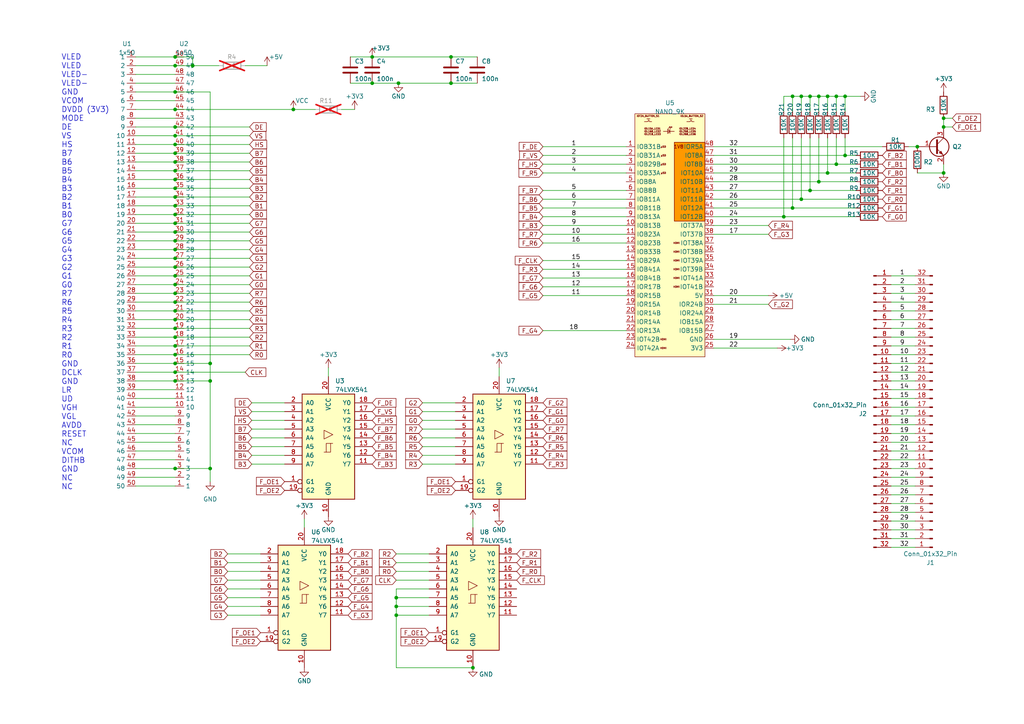
<source format=kicad_sch>
(kicad_sch (version 20230121) (generator eeschema)
  (paper "A4")
  (title_block (title "TTL->HDMI R1gol") (date "2023-03-22") (rev "V^4.0") (company "theBrutzler"))
  (junction (at 50.8 59.69))
  (junction (at 50.8 41.91))
  (junction (at 242.57 27.94))
  (junction (at 50.8 90.17))
  (junction (at 50.8 100.33))
  (junction (at 234.95 27.94))
  (junction (at 50.8 110.49))
  (junction (at 50.8 39.37))
  (junction (at 50.8 69.85))
  (junction (at 114.935 175.895))
  (junction (at 50.8 26.67))
  (junction (at 114.935 173.355))
  (junction (at 50.8 107.95))
  (junction (at 245.11 27.94))
  (junction (at 50.8 74.93))
  (junction (at 50.8 135.89))
  (junction (at 115.57 24.13))
  (junction (at 245.11 45.085))
  (junction (at 60.96 110.49))
  (junction (at 50.8 57.15))
  (junction (at 130.81 24.13))
  (junction (at 107.95 24.13))
  (junction (at 85.09 31.75))
  (junction (at 240.03 27.94))
  (junction (at 50.8 87.63))
  (junction (at 50.8 80.01))
  (junction (at 50.8 97.79))
  (junction (at 137.16 193.675))
  (junction (at 50.8 77.47))
  (junction (at 229.87 60.325))
  (junction (at 229.87 27.94))
  (junction (at 107.95 16.51))
  (junction (at 50.8 67.31))
  (junction (at 232.41 27.94))
  (junction (at 50.8 102.87))
  (junction (at 234.95 55.245))
  (junction (at 55.88 19.05))
  (junction (at 50.8 36.83))
  (junction (at 273.685 34.29))
  (junction (at 50.8 105.41))
  (junction (at 50.8 49.53))
  (junction (at 50.8 19.05))
  (junction (at 50.8 16.51))
  (junction (at 266.065 42.545))
  (junction (at 237.49 52.705))
  (junction (at 50.8 95.25))
  (junction (at 240.03 50.165))
  (junction (at 50.8 54.61))
  (junction (at 50.8 92.71))
  (junction (at 273.685 36.83))
  (junction (at 232.41 57.785))
  (junction (at 273.685 50.165))
  (junction (at 60.96 135.89))
  (junction (at 50.8 52.07))
  (junction (at 237.49 27.94))
  (junction (at 50.8 64.77))
  (junction (at 50.8 85.09))
  (junction (at 130.81 16.51))
  (junction (at 50.8 44.45))
  (junction (at 242.57 47.625))
  (junction (at 60.96 105.41))
  (junction (at 50.8 82.55))
  (junction (at 50.8 62.23))
  (junction (at 114.935 178.435))
  (junction (at 50.8 72.39))
  (junction (at 50.8 46.99))
  (junction (at 50.8 31.75))
  (junction (at 227.33 62.865))
  (wire (pts (xy 50.8 44.45) (xy 39.37 44.45)))
  (wire (pts (xy 50.8 110.49) (xy 39.37 110.49)))
  (wire (pts (xy 50.8 80.01) (xy 39.37 80.01)))
  (wire (pts (xy 60.96 26.67) (xy 60.96 105.41)))
  (wire (pts (xy 107.95 24.13) (xy 115.57 24.13)))
  (wire (pts (xy 157.48 55.245) (xy 181.61 55.245)))
  (wire (pts (xy 237.49 52.705) (xy 207.01 52.705)))
  (wire (pts (xy 50.8 16.51) (xy 39.37 16.51)))
  (wire (pts (xy 50.8 140.97) (xy 39.37 140.97)))
  (wire (pts (xy 114.935 178.435) (xy 124.46 178.435)))
  (wire (pts (xy 265.43 130.81) (xy 258.445 130.81)))
  (wire (pts (xy 273.685 34.29) (xy 273.685 36.83)))
  (wire (pts (xy 137.16 153.035) (xy 137.16 150.495)))
  (wire (pts (xy 73.025 121.92) (xy 82.55 121.92)))
  (wire (pts (xy 207.01 65.405) (xy 222.885 65.405)))
  (wire (pts (xy 245.11 27.94) (xy 249.555 27.94)))
  (wire (pts (xy 157.48 70.485) (xy 181.61 70.485)))
  (wire (pts (xy 265.43 110.49) (xy 258.445 110.49)))
  (wire (pts (xy 91.44 31.75) (xy 85.09 31.75)))
  (wire (pts (xy 50.8 82.55) (xy 39.37 82.55)))
  (wire (pts (xy 248.285 62.865) (xy 227.33 62.865)))
  (wire (pts (xy 232.41 27.94) (xy 232.41 32.385)))
  (wire (pts (xy 248.285 47.625) (xy 242.57 47.625)))
  (wire (pts (xy 50.8 85.09) (xy 72.39 85.09)))
  (wire (pts (xy 50.8 74.93) (xy 39.37 74.93)))
  (wire (pts (xy 157.48 78.105) (xy 181.61 78.105)))
  (wire (pts (xy 237.49 27.94) (xy 240.03 27.94)))
  (wire (pts (xy 50.8 128.27) (xy 39.37 128.27)))
  (wire (pts (xy 157.48 85.725) (xy 181.61 85.725)))
  (wire (pts (xy 265.43 90.17) (xy 258.445 90.17)))
  (wire (pts (xy 248.285 60.325) (xy 229.87 60.325)))
  (wire (pts (xy 229.87 32.385) (xy 229.87 27.94)))
  (wire (pts (xy 229.87 27.94) (xy 232.41 27.94)))
  (wire (pts (xy 72.39 52.07) (xy 50.8 52.07)))
  (wire (pts (xy 50.8 113.03) (xy 39.37 113.03)))
  (wire (pts (xy 242.57 27.94) (xy 245.11 27.94)))
  (wire (pts (xy 50.8 90.17) (xy 39.37 90.17)))
  (wire (pts (xy 130.81 16.51) (xy 138.43 16.51)))
  (wire (pts (xy 50.8 46.99) (xy 39.37 46.99)))
  (wire (pts (xy 265.43 82.55) (xy 258.445 82.55)))
  (wire (pts (xy 114.935 175.895) (xy 124.46 175.895)))
  (wire (pts (xy 50.8 123.19) (xy 39.37 123.19)))
  (wire (pts (xy 157.48 65.405) (xy 181.61 65.405)))
  (wire (pts (xy 50.8 67.31) (xy 72.39 67.31)))
  (wire (pts (xy 107.95 16.51) (xy 130.81 16.51)))
  (wire (pts (xy 207.01 85.725) (xy 222.885 85.725)))
  (wire (pts (xy 50.8 138.43) (xy 39.37 138.43)))
  (wire (pts (xy 50.8 49.53) (xy 39.37 49.53)))
  (wire (pts (xy 50.8 31.75) (xy 85.09 31.75)))
  (wire (pts (xy 50.8 31.75) (xy 39.37 31.75)))
  (wire (pts (xy 73.025 129.54) (xy 82.55 129.54)))
  (wire (pts (xy 72.39 57.15) (xy 50.8 57.15)))
  (wire (pts (xy 157.48 75.565) (xy 181.61 75.565)))
  (wire (pts (xy 265.43 120.65) (xy 258.445 120.65)))
  (wire (pts (xy 50.8 46.99) (xy 72.39 46.99)))
  (wire (pts (xy 50.8 135.89) (xy 60.96 135.89)))
  (wire (pts (xy 114.935 178.435) (xy 114.935 175.895)))
  (wire (pts (xy 265.43 158.75) (xy 258.445 158.75)))
  (wire (pts (xy 72.39 92.71) (xy 50.8 92.71)))
  (wire (pts (xy 248.285 45.085) (xy 245.11 45.085)))
  (wire (pts (xy 73.025 132.08) (xy 82.55 132.08)))
  (wire (pts (xy 50.8 87.63) (xy 72.39 87.63)))
  (wire (pts (xy 72.39 69.85) (xy 50.8 69.85)))
  (wire (pts (xy 157.48 42.545) (xy 181.61 42.545)))
  (wire (pts (xy 265.43 113.03) (xy 258.445 113.03)))
  (wire (pts (xy 95.25 109.22) (xy 95.25 106.68)))
  (wire (pts (xy 72.39 100.33) (xy 50.8 100.33)))
  (wire (pts (xy 50.8 24.13) (xy 39.37 24.13)))
  (wire (pts (xy 114.935 175.895) (xy 114.935 173.355)))
  (wire (pts (xy 60.96 105.41) (xy 60.96 110.49)))
  (wire (pts (xy 232.41 57.785) (xy 207.01 57.785)))
  (wire (pts (xy 273.685 36.83) (xy 276.225 36.83)))
  (wire (pts (xy 50.8 105.41) (xy 60.96 105.41)))
  (wire (pts (xy 122.555 124.46) (xy 132.08 124.46)))
  (wire (pts (xy 157.48 45.085) (xy 181.61 45.085)))
  (wire (pts (xy 265.43 87.63) (xy 258.445 87.63)))
  (wire (pts (xy 263.525 42.545) (xy 266.065 42.545)))
  (wire (pts (xy 72.39 97.79) (xy 50.8 97.79)))
  (wire (pts (xy 66.04 163.195) (xy 75.565 163.195)))
  (wire (pts (xy 66.04 170.815) (xy 75.565 170.815)))
  (wire (pts (xy 242.57 47.625) (xy 207.01 47.625)))
  (wire (pts (xy 265.43 85.09) (xy 258.445 85.09)))
  (wire (pts (xy 265.43 125.73) (xy 258.445 125.73)))
  (wire (pts (xy 122.555 121.92) (xy 132.08 121.92)))
  (wire (pts (xy 72.39 95.25) (xy 50.8 95.25)))
  (wire (pts (xy 50.8 39.37) (xy 39.37 39.37)))
  (wire (pts (xy 232.41 40.005) (xy 232.41 57.785)))
  (wire (pts (xy 229.87 60.325) (xy 207.01 60.325)))
  (wire (pts (xy 50.8 118.11) (xy 39.37 118.11)))
  (wire (pts (xy 265.43 123.19) (xy 258.445 123.19)))
  (wire (pts (xy 122.555 134.62) (xy 132.08 134.62)))
  (wire (pts (xy 227.33 27.94) (xy 227.33 32.385)))
  (wire (pts (xy 240.03 27.94) (xy 240.03 32.385)))
  (wire (pts (xy 122.555 116.84) (xy 132.08 116.84)))
  (wire (pts (xy 229.87 40.005) (xy 229.87 60.325)))
  (wire (pts (xy 72.39 39.37) (xy 50.8 39.37)))
  (wire (pts (xy 265.43 148.59) (xy 258.445 148.59)))
  (wire (pts (xy 72.39 49.53) (xy 50.8 49.53)))
  (wire (pts (xy 72.39 102.87) (xy 50.8 102.87)))
  (wire (pts (xy 50.8 77.47) (xy 39.37 77.47)))
  (wire (pts (xy 50.8 52.07) (xy 39.37 52.07)))
  (wire (pts (xy 242.57 40.005) (xy 242.57 47.625)))
  (wire (pts (xy 50.8 26.67) (xy 39.37 26.67)))
  (wire (pts (xy 50.8 54.61) (xy 39.37 54.61)))
  (wire (pts (xy 265.43 128.27) (xy 258.445 128.27)))
  (wire (pts (xy 122.555 132.08) (xy 132.08 132.08)))
  (wire (pts (xy 157.48 60.325) (xy 181.61 60.325)))
  (wire (pts (xy 50.8 85.09) (xy 39.37 85.09)))
  (wire (pts (xy 72.39 54.61) (xy 50.8 54.61)))
  (wire (pts (xy 50.8 125.73) (xy 39.37 125.73)))
  (wire (pts (xy 71.12 107.95) (xy 50.8 107.95)))
  (wire (pts (xy 73.025 124.46) (xy 82.55 124.46)))
  (wire (pts (xy 265.43 107.95) (xy 258.445 107.95)))
  (wire (pts (xy 227.33 62.865) (xy 207.01 62.865)))
  (wire (pts (xy 66.04 165.735) (xy 75.565 165.735)))
  (wire (pts (xy 157.48 83.185) (xy 181.61 83.185)))
  (wire (pts (xy 157.48 67.945) (xy 181.61 67.945)))
  (wire (pts (xy 50.8 34.29) (xy 39.37 34.29)))
  (wire (pts (xy 88.265 153.035) (xy 88.265 150.495)))
  (wire (pts (xy 237.49 40.005) (xy 237.49 52.705)))
  (wire (pts (xy 265.43 153.67) (xy 258.445 153.67)))
  (wire (pts (xy 50.8 105.41) (xy 39.37 105.41)))
  (wire (pts (xy 60.96 135.89) (xy 60.96 139.7)))
  (wire (pts (xy 265.43 151.13) (xy 258.445 151.13)))
  (wire (pts (xy 50.8 107.95) (xy 39.37 107.95)))
  (wire (pts (xy 99.06 31.75) (xy 102.87 31.75)))
  (wire (pts (xy 265.43 97.79) (xy 258.445 97.79)))
  (wire (pts (xy 245.11 45.085) (xy 207.01 45.085)))
  (wire (pts (xy 157.48 95.885) (xy 181.61 95.885)))
  (wire (pts (xy 237.49 27.94) (xy 237.49 32.385)))
  (wire (pts (xy 137.16 193.675) (xy 114.935 193.675)))
  (wire (pts (xy 227.33 40.005) (xy 227.33 62.865)))
  (wire (pts (xy 55.88 16.51) (xy 55.88 19.05)))
  (wire (pts (xy 245.11 40.005) (xy 245.11 45.085)))
  (wire (pts (xy 50.8 29.21) (xy 39.37 29.21)))
  (wire (pts (xy 115.57 24.13) (xy 130.81 24.13)))
  (wire (pts (xy 50.8 133.35) (xy 39.37 133.35)))
  (wire (pts (xy 66.04 175.895) (xy 75.565 175.895)))
  (wire (pts (xy 114.935 193.675) (xy 114.935 178.435)))
  (wire (pts (xy 265.43 115.57) (xy 258.445 115.57)))
  (wire (pts (xy 50.8 64.77) (xy 39.37 64.77)))
  (wire (pts (xy 157.48 50.165) (xy 181.61 50.165)))
  (wire (pts (xy 73.025 134.62) (xy 82.55 134.62)))
  (wire (pts (xy 234.95 27.94) (xy 237.49 27.94)))
  (wire (pts (xy 265.43 92.71) (xy 258.445 92.71)))
  (wire (pts (xy 245.11 27.94) (xy 245.11 32.385)))
  (wire (pts (xy 207.01 88.265) (xy 222.885 88.265)))
  (wire (pts (xy 72.39 82.55) (xy 50.8 82.55)))
  (wire (pts (xy 227.33 27.94) (xy 229.87 27.94)))
  (wire (pts (xy 73.025 116.84) (xy 82.55 116.84)))
  (wire (pts (xy 273.685 47.625) (xy 273.685 50.165)))
  (wire (pts (xy 265.43 140.97) (xy 258.445 140.97)))
  (wire (pts (xy 72.39 41.91) (xy 50.8 41.91)))
  (wire (pts (xy 234.95 27.94) (xy 234.95 32.385)))
  (wire (pts (xy 50.8 115.57) (xy 39.37 115.57)))
  (wire (pts (xy 50.8 72.39) (xy 39.37 72.39)))
  (wire (pts (xy 114.935 165.735) (xy 124.46 165.735)))
  (wire (pts (xy 50.8 69.85) (xy 39.37 69.85)))
  (wire (pts (xy 273.685 36.83) (xy 273.685 37.465)))
  (wire (pts (xy 248.285 55.245) (xy 234.95 55.245)))
  (wire (pts (xy 157.48 80.645) (xy 181.61 80.645)))
  (wire (pts (xy 101.6 16.51) (xy 107.95 16.51)))
  (wire (pts (xy 71.12 19.05) (xy 77.47 19.05)))
  (wire (pts (xy 248.285 50.165) (xy 240.03 50.165)))
  (wire (pts (xy 66.04 173.355) (xy 75.565 173.355)))
  (wire (pts (xy 50.8 41.91) (xy 39.37 41.91)))
  (wire (pts (xy 72.39 62.23) (xy 50.8 62.23)))
  (wire (pts (xy 240.03 50.165) (xy 207.01 50.165)))
  (wire (pts (xy 265.43 146.05) (xy 258.445 146.05)))
  (wire (pts (xy 122.555 129.54) (xy 132.08 129.54)))
  (wire (pts (xy 72.39 90.17) (xy 50.8 90.17)))
  (wire (pts (xy 114.935 168.275) (xy 124.46 168.275)))
  (wire (pts (xy 55.88 19.05) (xy 63.5 19.05)))
  (wire (pts (xy 50.8 62.23) (xy 39.37 62.23)))
  (wire (pts (xy 114.935 173.355) (xy 114.935 170.815)))
  (wire (pts (xy 50.8 67.31) (xy 39.37 67.31)))
  (wire (pts (xy 265.43 135.89) (xy 258.445 135.89)))
  (wire (pts (xy 73.025 119.38) (xy 82.55 119.38)))
  (wire (pts (xy 114.935 163.195) (xy 124.46 163.195)))
  (wire (pts (xy 225.425 100.965) (xy 207.01 100.965)))
  (wire (pts (xy 50.8 21.59) (xy 39.37 21.59)))
  (wire (pts (xy 242.57 27.94) (xy 242.57 32.385)))
  (wire (pts (xy 50.8 130.81) (xy 39.37 130.81)))
  (wire (pts (xy 50.8 92.71) (xy 39.37 92.71)))
  (wire (pts (xy 72.39 74.93) (xy 50.8 74.93)))
  (wire (pts (xy 229.235 98.425) (xy 207.01 98.425)))
  (wire (pts (xy 72.39 59.69) (xy 50.8 59.69)))
  (wire (pts (xy 265.43 100.33) (xy 258.445 100.33)))
  (wire (pts (xy 122.555 119.38) (xy 132.08 119.38)))
  (wire (pts (xy 157.48 57.785) (xy 181.61 57.785)))
  (wire (pts (xy 50.8 44.45) (xy 72.39 44.45)))
  (wire (pts (xy 50.8 95.25) (xy 39.37 95.25)))
  (wire (pts (xy 50.8 57.15) (xy 39.37 57.15)))
  (wire (pts (xy 66.04 160.655) (xy 75.565 160.655)))
  (wire (pts (xy 50.8 19.05) (xy 55.88 19.05)))
  (wire (pts (xy 114.935 173.355) (xy 124.46 173.355)))
  (wire (pts (xy 265.43 138.43) (xy 258.445 138.43)))
  (wire (pts (xy 50.8 36.83) (xy 39.37 36.83)))
  (wire (pts (xy 66.04 178.435) (xy 75.565 178.435)))
  (wire (pts (xy 60.96 110.49) (xy 60.96 135.89)))
  (wire (pts (xy 265.43 143.51) (xy 258.445 143.51)))
  (wire (pts (xy 114.935 160.655) (xy 124.46 160.655)))
  (wire (pts (xy 72.39 77.47) (xy 50.8 77.47)))
  (wire (pts (xy 130.81 24.13) (xy 138.43 24.13)))
  (wire (pts (xy 50.8 59.69) (xy 39.37 59.69)))
  (wire (pts (xy 114.935 170.815) (xy 124.46 170.815)))
  (wire (pts (xy 50.8 19.05) (xy 39.37 19.05)))
  (wire (pts (xy 265.43 102.87) (xy 258.445 102.87)))
  (wire (pts (xy 50.8 135.89) (xy 39.37 135.89)))
  (wire (pts (xy 265.43 80.01) (xy 258.445 80.01)))
  (wire (pts (xy 72.39 72.39) (xy 50.8 72.39)))
  (wire (pts (xy 50.8 110.49) (xy 60.96 110.49)))
  (wire (pts (xy 248.285 57.785) (xy 232.41 57.785)))
  (wire (pts (xy 72.39 36.83) (xy 50.8 36.83)))
  (wire (pts (xy 50.8 16.51) (xy 55.88 16.51)))
  (wire (pts (xy 50.8 100.33) (xy 39.37 100.33)))
  (wire (pts (xy 50.8 64.77) (xy 72.39 64.77)))
  (wire (pts (xy 50.8 26.67) (xy 60.96 26.67)))
  (wire (pts (xy 240.03 40.005) (xy 240.03 50.165)))
  (wire (pts (xy 50.8 102.87) (xy 39.37 102.87)))
  (wire (pts (xy 101.6 24.13) (xy 107.95 24.13)))
  (wire (pts (xy 72.39 80.01) (xy 50.8 80.01)))
  (wire (pts (xy 265.43 95.25) (xy 258.445 95.25)))
  (wire (pts (xy 234.95 55.245) (xy 207.01 55.245)))
  (wire (pts (xy 265.43 118.11) (xy 258.445 118.11)))
  (wire (pts (xy 157.48 47.625) (xy 181.61 47.625)))
  (wire (pts (xy 207.01 42.545) (xy 255.905 42.545)))
  (wire (pts (xy 276.225 34.29) (xy 273.685 34.29)))
  (wire (pts (xy 50.8 120.65) (xy 39.37 120.65)))
  (wire (pts (xy 122.555 127) (xy 132.08 127)))
  (wire (pts (xy 265.43 133.35) (xy 258.445 133.35)))
  (wire (pts (xy 265.43 156.21) (xy 258.445 156.21)))
  (wire (pts (xy 234.95 40.005) (xy 234.95 55.245)))
  (wire (pts (xy 265.43 105.41) (xy 258.445 105.41)))
  (wire (pts (xy 273.685 50.165) (xy 266.065 50.165)))
  (wire (pts (xy 73.025 127) (xy 82.55 127)))
  (wire (pts (xy 207.01 67.945) (xy 222.885 67.945)))
  (wire (pts (xy 248.285 52.705) (xy 237.49 52.705)))
  (wire (pts (xy 50.8 87.63) (xy 39.37 87.63)))
  (wire (pts (xy 144.78 109.22) (xy 144.78 106.68)))
  (wire (pts (xy 50.8 97.79) (xy 39.37 97.79)))
  (wire (pts (xy 240.03 27.94) (xy 242.57 27.94)))
  (wire (pts (xy 157.48 62.865) (xy 181.61 62.865)))
  (wire (pts (xy 232.41 27.94) (xy 234.95 27.94)))
  (wire (pts (xy 66.04 168.275) (xy 75.565 168.275)))
  (text "VLED\nVLED\nVLED-\nVLED-\nGND\nVCOM\nDVDD (3V3)\nMODE\nDE\nVS\nHS\nB7\nB6\nB5\nB4\nB3\nB2\nB1\nB0\nG7\nG6\nG5\nG4\nG3\nG2\nG1\nG0\nR7\nR6\nR5\nR4\nR3\nR2\nR1\nR0\nGND\nDCLK\nGND\nLR\nUD\nVGH\nVGL\nAVDD\nRESET\nNC\nVCOM\nDITHB\nGND\nNC\nNC" (at 17.78 142.24 0) (effects (font (size 1.58 1.58)) (justify left bottom)))
  (label "10" (at 260.985 102.87 0))
  (label "1" (at 260.985 80.01 0))
  (label "23" (at 211.455 65.405 0))
  (label "8" (at 260.985 97.79 0))
  (label "27" (at 211.455 55.245 0))
  (label "23" (at 260.985 135.89 0))
  (label "26" (at 260.985 143.51 0))
  (label "5" (at 165.735 55.245 0))
  (label "10" (at 165.735 67.945 0))
  (label "13" (at 260.985 110.49 0))
  (label "20" (at 211.455 85.725 0))
  (label "22" (at 211.455 100.965 0))
  (label "8" (at 165.735 62.865 0))
  (label "32" (at 211.455 42.545 0))
  (label "3" (at 165.735 47.625 0))
  (label "5" (at 260.985 90.17 0))
  (label "32" (at 260.985 158.75 0))
  (label "31" (at 260.985 156.21 0))
  (label "16" (at 260.985 118.11 0))
  (label "16" (at 165.735 70.485 0))
  (label "27" (at 260.985 146.05 0))
  (label "6" (at 260.985 92.71 0))
  (label "20" (at 260.985 128.27 0))
  (label "14" (at 165.735 78.105 0))
  (label "9" (at 165.735 65.405 0))
  (label "26" (at 211.455 57.785 0))
  (label "28" (at 211.455 52.705 0))
  (label "19" (at 211.455 98.425 0))
  (label "7" (at 165.735 60.325 0))
  (label "28" (at 260.985 148.59 0))
  (label "18" (at 165.1 95.885 0))
  (label "3" (at 260.985 85.09 0))
  (label "6" (at 165.735 57.785 0))
  (label "14" (at 260.985 113.03 0))
  (label "17" (at 260.985 120.65 0))
  (label "30" (at 260.985 153.67 0))
  (label "22" (at 260.985 133.35 0))
  (label "19" (at 260.985 125.73 0))
  (label "11" (at 165.735 85.725 0))
  (label "9" (at 260.985 100.33 0))
  (label "18" (at 260.985 123.19 0))
  (label "24" (at 260.985 138.43 0))
  (label "15" (at 260.985 115.57 0))
  (label "25" (at 260.985 140.97 0))
  (label "4" (at 165.735 50.165 0))
  (label "30" (at 211.455 47.625 0))
  (label "2" (at 165.735 45.085 0))
  (label "21" (at 211.455 88.265 0))
  (label "17" (at 211.455 67.945 0))
  (label "11" (at 260.985 105.41 0))
  (label "13" (at 165.735 80.645 0))
  (label "21" (at 260.985 130.81 0))
  (label "2" (at 260.985 82.55 0))
  (label "31" (at 211.455 45.085 0))
  (label "15" (at 165.735 75.565 0))
  (label "7" (at 260.985 95.25 0))
  (label "12" (at 165.735 83.185 0))
  (label "25" (at 211.455 60.325 0))
  (label "29" (at 211.455 50.165 0))
  (label "24" (at 211.455 62.865 0))
  (label "1" (at 165.735 42.545 0))
  (label "4" (at 260.985 87.63 0))
  (label "12" (at 260.985 107.95 0))
  (label "29" (at 260.985 151.13 0))
  (global_label "R0" (shape input) (at 72.39 102.87 0) (property "Intersheetrefs" "${INTERSHEET_REFS}" (effects hide)))
  (global_label "F_G5" (shape input) (at 157.48 85.725 180) (property "Intersheetrefs" "${INTERSHEET_REFS}" (effects hide)))
  (global_label "G3" (shape input) (at 66.04 178.435 180) (property "Intersheetrefs" "${INTERSHEET_REFS}" (effects hide)))
  (global_label "G6" (shape input) (at 66.04 170.815 180) (property "Intersheetrefs" "${INTERSHEET_REFS}" (effects hide)))
  (global_label "R2" (shape input) (at 114.935 160.655 180) (property "Intersheetrefs" "${INTERSHEET_REFS}" (effects hide)))
  (global_label "G0" (shape input) (at 122.555 121.92 180) (property "Intersheetrefs" "${INTERSHEET_REFS}" (effects hide)))
  (global_label "R5" (shape input) (at 122.555 129.54 180) (property "Intersheetrefs" "${INTERSHEET_REFS}" (effects hide)))
  (global_label "F_B2" (shape input) (at 255.905 45.085 0) (property "Intersheetrefs" "${INTERSHEET_REFS}" (effects hide)))
  (global_label "F_B6" (shape input) (at 157.48 57.785 180) (property "Intersheetrefs" "${INTERSHEET_REFS}" (effects hide)))
  (global_label "R6" (shape input) (at 122.555 127 180) (property "Intersheetrefs" "${INTERSHEET_REFS}" (effects hide)))
  (global_label "R3" (shape input) (at 122.555 134.62 180) (property "Intersheetrefs" "${INTERSHEET_REFS}" (effects hide)))
  (global_label "G7" (shape input) (at 72.39 64.77 0) (property "Intersheetrefs" "${INTERSHEET_REFS}" (effects hide)))
  (global_label "F_R6" (shape input) (at 157.48 70.485 180) (property "Intersheetrefs" "${INTERSHEET_REFS}" (effects hide)))
  (global_label "F_DE" (shape input) (at 157.48 42.545 180) (property "Intersheetrefs" "${INTERSHEET_REFS}" (effects hide)))
  (global_label "F_G2" (shape input) (at 157.48 116.84 0) (property "Intersheetrefs" "${INTERSHEET_REFS}" (effects hide)))
  (global_label "F_R7" (shape input) (at 157.48 124.46 0) (property "Intersheetrefs" "${INTERSHEET_REFS}" (effects hide)))
  (global_label "R4" (shape input) (at 122.555 132.08 180) (property "Intersheetrefs" "${INTERSHEET_REFS}" (effects hide)))
  (global_label "F_G6" (shape input) (at 157.48 83.185 180) (property "Intersheetrefs" "${INTERSHEET_REFS}" (effects hide)))
  (global_label "F_R5" (shape input) (at 157.48 50.165 180) (property "Intersheetrefs" "${INTERSHEET_REFS}" (effects hide)))
  (global_label "F_HS" (shape input) (at 157.48 47.625 180) (property "Intersheetrefs" "${INTERSHEET_REFS}" (effects hide)))
  (global_label "B1" (shape input) (at 72.39 59.69 0) (property "Intersheetrefs" "${INTERSHEET_REFS}" (effects hide)))
  (global_label "F_R2" (shape input) (at 255.905 52.705 0) (property "Intersheetrefs" "${INTERSHEET_REFS}" (effects hide)))
  (global_label "F_B4" (shape input) (at 107.95 132.08 0) (property "Intersheetrefs" "${INTERSHEET_REFS}" (effects hide)))
  (global_label "F_OE2" (shape input) (at 75.565 186.055 180) (property "Intersheetrefs" "${INTERSHEET_REFS}" (effects hide)))
  (global_label "G7" (shape input) (at 66.04 168.275 180) (property "Intersheetrefs" "${INTERSHEET_REFS}" (effects hide)))
  (global_label "HS" (shape input) (at 73.025 121.92 180) (property "Intersheetrefs" "${INTERSHEET_REFS}" (effects hide)))
  (global_label "G5" (shape input) (at 72.39 69.85 0) (property "Intersheetrefs" "${INTERSHEET_REFS}" (effects hide)))
  (global_label "R4" (shape input) (at 72.39 92.71 0) (property "Intersheetrefs" "${INTERSHEET_REFS}" (effects hide)))
  (global_label "B3" (shape input) (at 72.39 54.61 0) (property "Intersheetrefs" "${INTERSHEET_REFS}" (effects hide)))
  (global_label "B7" (shape input) (at 72.39 44.45 0) (property "Intersheetrefs" "${INTERSHEET_REFS}" (effects hide)))
  (global_label "F_OE2" (shape input) (at 82.55 142.24 180) (property "Intersheetrefs" "${INTERSHEET_REFS}" (effects hide)))
  (global_label "B2" (shape input) (at 66.04 160.655 180) (property "Intersheetrefs" "${INTERSHEET_REFS}" (effects hide)))
  (global_label "B4" (shape input) (at 72.39 52.07 0) (property "Intersheetrefs" "${INTERSHEET_REFS}" (effects hide)))
  (global_label "CLK" (shape input) (at 114.935 168.275 180) (property "Intersheetrefs" "${INTERSHEET_REFS}" (effects hide)))
  (global_label "F_OE1" (shape input) (at 75.565 183.515 180) (property "Intersheetrefs" "${INTERSHEET_REFS}" (effects hide)))
  (global_label "R3" (shape input) (at 72.39 95.25 0) (property "Intersheetrefs" "${INTERSHEET_REFS}" (effects hide)))
  (global_label "R0" (shape input) (at 114.935 165.735 180) (property "Intersheetrefs" "${INTERSHEET_REFS}" (effects hide)))
  (global_label "B5" (shape input) (at 72.39 49.53 0) (property "Intersheetrefs" "${INTERSHEET_REFS}" (effects hide)))
  (global_label "G2" (shape input) (at 72.39 77.47 0) (property "Intersheetrefs" "${INTERSHEET_REFS}" (effects hide)))
  (global_label "R1" (shape input) (at 114.935 163.195 180) (property "Intersheetrefs" "${INTERSHEET_REFS}" (effects hide)))
  (global_label "F_OE1" (shape input) (at 132.08 139.7 180) (property "Intersheetrefs" "${INTERSHEET_REFS}" (effects hide)))
  (global_label "B2" (shape input) (at 72.39 57.15 0) (property "Intersheetrefs" "${INTERSHEET_REFS}" (effects hide)))
  (global_label "F_G1" (shape input) (at 157.48 119.38 0) (property "Intersheetrefs" "${INTERSHEET_REFS}" (effects hide)))
  (global_label "F_R1" (shape input) (at 255.905 55.245 0) (property "Intersheetrefs" "${INTERSHEET_REFS}" (effects hide)))
  (global_label "F_G0" (shape input) (at 255.905 62.865 0) (property "Intersheetrefs" "${INTERSHEET_REFS}" (effects hide)))
  (global_label "F_R4" (shape input) (at 222.885 65.405 0) (property "Intersheetrefs" "${INTERSHEET_REFS}" (effects hide)))
  (global_label "F_DE" (shape input) (at 107.95 116.84 0) (property "Intersheetrefs" "${INTERSHEET_REFS}" (effects hide)))
  (global_label "F_R6" (shape input) (at 157.48 127 0) (property "Intersheetrefs" "${INTERSHEET_REFS}" (effects hide)))
  (global_label "R6" (shape input) (at 72.39 87.63 0) (property "Intersheetrefs" "${INTERSHEET_REFS}" (effects hide)))
  (global_label "F_B2" (shape input) (at 100.965 160.655 0) (property "Intersheetrefs" "${INTERSHEET_REFS}" (effects hide)))
  (global_label "F_R2" (shape input) (at 149.86 160.655 0) (property "Intersheetrefs" "${INTERSHEET_REFS}" (effects hide)))
  (global_label "F_G5" (shape input) (at 100.965 173.355 0) (property "Intersheetrefs" "${INTERSHEET_REFS}" (effects hide)))
  (global_label "G3" (shape input) (at 72.39 74.93 0) (property "Intersheetrefs" "${INTERSHEET_REFS}" (effects hide)))
  (global_label "G2" (shape input) (at 122.555 116.84 180) (property "Intersheetrefs" "${INTERSHEET_REFS}" (effects hide)))
  (global_label "F_G6" (shape input) (at 100.965 170.815 0) (property "Intersheetrefs" "${INTERSHEET_REFS}" (effects hide)))
  (global_label "DE" (shape input) (at 73.025 116.84 180) (property "Intersheetrefs" "${INTERSHEET_REFS}" (effects hide)))
  (global_label "F_B7" (shape input) (at 157.48 55.245 180) (property "Intersheetrefs" "${INTERSHEET_REFS}" (effects hide)))
  (global_label "CLK" (shape input) (at 71.12 107.95 0) (property "Intersheetrefs" "${INTERSHEET_REFS}" (effects hide)))
  (global_label "G1" (shape input) (at 122.555 119.38 180) (property "Intersheetrefs" "${INTERSHEET_REFS}" (effects hide)))
  (global_label "F_G4" (shape input) (at 100.965 175.895 0) (property "Intersheetrefs" "${INTERSHEET_REFS}" (effects hide)))
  (global_label "F_HS" (shape input) (at 107.95 121.92 0) (property "Intersheetrefs" "${INTERSHEET_REFS}" (effects hide)))
  (global_label "F_OE2" (shape input) (at 124.46 186.055 180) (property "Intersheetrefs" "${INTERSHEET_REFS}" (effects hide)))
  (global_label "G0" (shape input) (at 72.39 82.55 0) (property "Intersheetrefs" "${INTERSHEET_REFS}" (effects hide)))
  (global_label "B6" (shape input) (at 73.025 127 180) (property "Intersheetrefs" "${INTERSHEET_REFS}" (effects hide)))
  (global_label "F_OE1" (shape input) (at 82.55 139.7 180) (property "Intersheetrefs" "${INTERSHEET_REFS}" (effects hide)))
  (global_label "F_R4" (shape input) (at 157.48 132.08 0) (property "Intersheetrefs" "${INTERSHEET_REFS}" (effects hide)))
  (global_label "B0" (shape input) (at 72.39 62.23 0) (property "Intersheetrefs" "${INTERSHEET_REFS}" (effects hide)))
  (global_label "B5" (shape input) (at 73.025 129.54 180) (property "Intersheetrefs" "${INTERSHEET_REFS}" (effects hide)))
  (global_label "F_CLK" (shape input) (at 157.48 75.565 180) (property "Intersheetrefs" "${INTERSHEET_REFS}" (effects hide)))
  (global_label "HS" (shape input) (at 72.39 41.91 0) (property "Intersheetrefs" "${INTERSHEET_REFS}" (effects hide)))
  (global_label "F_CLK" (shape input) (at 149.86 168.275 0) (property "Intersheetrefs" "${INTERSHEET_REFS}" (effects hide)))
  (global_label "F_G2" (shape input) (at 222.885 88.265 0) (property "Intersheetrefs" "${INTERSHEET_REFS}" (effects hide)))
  (global_label "F_R0" (shape input) (at 255.905 57.785 0) (property "Intersheetrefs" "${INTERSHEET_REFS}" (effects hide)))
  (global_label "F_G7" (shape input) (at 100.965 168.275 0) (property "Intersheetrefs" "${INTERSHEET_REFS}" (effects hide)))
  (global_label "F_R3" (shape input) (at 157.48 78.105 180) (property "Intersheetrefs" "${INTERSHEET_REFS}" (effects hide)))
  (global_label "F_G7" (shape input) (at 157.48 80.645 180) (property "Intersheetrefs" "${INTERSHEET_REFS}" (effects hide)))
  (global_label "F_B5" (shape input) (at 107.95 129.54 0) (property "Intersheetrefs" "${INTERSHEET_REFS}" (effects hide)))
  (global_label "R5" (shape input) (at 72.39 90.17 0) (property "Intersheetrefs" "${INTERSHEET_REFS}" (effects hide)))
  (global_label "F_R3" (shape input) (at 157.48 134.62 0) (property "Intersheetrefs" "${INTERSHEET_REFS}" (effects hide)))
  (global_label "G4" (shape input) (at 66.04 175.895 180) (property "Intersheetrefs" "${INTERSHEET_REFS}" (effects hide)))
  (global_label "G1" (shape input) (at 72.39 80.01 0) (property "Intersheetrefs" "${INTERSHEET_REFS}" (effects hide)))
  (global_label "F_R1" (shape input) (at 149.86 163.195 0) (property "Intersheetrefs" "${INTERSHEET_REFS}" (effects hide)))
  (global_label "B4" (shape input) (at 73.025 132.08 180) (property "Intersheetrefs" "${INTERSHEET_REFS}" (effects hide)))
  (global_label "F_R5" (shape input) (at 157.48 129.54 0) (property "Intersheetrefs" "${INTERSHEET_REFS}" (effects hide)))
  (global_label "VS" (shape input) (at 73.025 119.38 180) (property "Intersheetrefs" "${INTERSHEET_REFS}" (effects hide)))
  (global_label "F_B0" (shape input) (at 255.905 50.165 0) (property "Intersheetrefs" "${INTERSHEET_REFS}" (effects hide)))
  (global_label "F_G1" (shape input) (at 255.905 60.325 0) (property "Intersheetrefs" "${INTERSHEET_REFS}" (effects hide)))
  (global_label "G5" (shape input) (at 66.04 173.355 180) (property "Intersheetrefs" "${INTERSHEET_REFS}" (effects hide)))
  (global_label "F_VS" (shape input) (at 107.95 119.38 0) (property "Intersheetrefs" "${INTERSHEET_REFS}" (effects hide)))
  (global_label "DE" (shape input) (at 72.39 36.83 0) (property "Intersheetrefs" "${INTERSHEET_REFS}" (effects hide)))
  (global_label "B0" (shape input) (at 66.04 165.735 180) (property "Intersheetrefs" "${INTERSHEET_REFS}" (effects hide)))
  (global_label "B7" (shape input) (at 73.025 124.46 180) (property "Intersheetrefs" "${INTERSHEET_REFS}" (effects hide)))
  (global_label "F_B1" (shape input) (at 255.905 47.625 0) (property "Intersheetrefs" "${INTERSHEET_REFS}" (effects hide)))
  (global_label "G6" (shape input) (at 72.39 67.31 0) (property "Intersheetrefs" "${INTERSHEET_REFS}" (effects hide)))
  (global_label "F_B4" (shape input) (at 157.48 62.865 180) (property "Intersheetrefs" "${INTERSHEET_REFS}" (effects hide)))
  (global_label "F_G0" (shape input) (at 157.48 121.92 0) (property "Intersheetrefs" "${INTERSHEET_REFS}" (effects hide)))
  (global_label "B1" (shape input) (at 66.04 163.195 180) (property "Intersheetrefs" "${INTERSHEET_REFS}" (effects hide)))
  (global_label "F_G4" (shape input) (at 157.48 95.885 180) (property "Intersheetrefs" "${INTERSHEET_REFS}" (effects hide)))
  (global_label "F_OE1" (shape input) (at 124.46 183.515 180) (property "Intersheetrefs" "${INTERSHEET_REFS}" (effects hide)))
  (global_label "F_B3" (shape input) (at 107.95 134.62 0) (property "Intersheetrefs" "${INTERSHEET_REFS}" (effects hide)))
  (global_label "R1" (shape input) (at 72.39 100.33 0) (property "Intersheetrefs" "${INTERSHEET_REFS}" (effects hide)))
  (global_label "R7" (shape input) (at 72.39 85.09 0) (property "Intersheetrefs" "${INTERSHEET_REFS}" (effects hide)))
  (global_label "G4" (shape input) (at 72.39 72.39 0) (property "Intersheetrefs" "${INTERSHEET_REFS}" (effects hide)))
  (global_label "F_B3" (shape input) (at 157.48 65.405 180) (property "Intersheetrefs" "${INTERSHEET_REFS}" (effects hide)))
  (global_label "F_B7" (shape input) (at 107.95 124.46 0) (property "Intersheetrefs" "${INTERSHEET_REFS}" (effects hide)))
  (global_label "F_G3" (shape input) (at 222.885 67.945 0) (property "Intersheetrefs" "${INTERSHEET_REFS}" (effects hide)))
  (global_label "F_G3" (shape input) (at 100.965 178.435 0) (property "Intersheetrefs" "${INTERSHEET_REFS}" (effects hide)))
  (global_label "F_OE2" (shape input) (at 132.08 142.24 180) (property "Intersheetrefs" "${INTERSHEET_REFS}" (effects hide)))
  (global_label "F_VS" (shape input) (at 157.48 45.085 180) (property "Intersheetrefs" "${INTERSHEET_REFS}" (effects hide)))
  (global_label "B6" (shape input) (at 72.39 46.99 0) (property "Intersheetrefs" "${INTERSHEET_REFS}" (effects hide)))
  (global_label "F_B0" (shape input) (at 100.965 165.735 0) (property "Intersheetrefs" "${INTERSHEET_REFS}" (effects hide)))
  (global_label "F_R0" (shape input) (at 149.86 165.735 0) (property "Intersheetrefs" "${INTERSHEET_REFS}" (effects hide)))
  (global_label "R2" (shape input) (at 72.39 97.79 0) (property "Intersheetrefs" "${INTERSHEET_REFS}" (effects hide)))
  (global_label "F_B5" (shape input) (at 157.48 60.325 180) (property "Intersheetrefs" "${INTERSHEET_REFS}" (effects hide)))
  (global_label "R7" (shape input) (at 122.555 124.46 180) (property "Intersheetrefs" "${INTERSHEET_REFS}" (effects hide)))
  (global_label "VS" (shape input) (at 72.39 39.37 0) (property "Intersheetrefs" "${INTERSHEET_REFS}" (effects hide)))
  (global_label "F_R7" (shape input) (at 157.48 67.945 180) (property "Intersheetrefs" "${INTERSHEET_REFS}" (effects hide)))
  (global_label "F_B6" (shape input) (at 107.95 127 0) (property "Intersheetrefs" "${INTERSHEET_REFS}" (effects hide)))
  (global_label "F_OE1" (shape input) (at 276.225 36.83 0) (property "Intersheetrefs" "${INTERSHEET_REFS}" (effects hide)))
  (global_label "F_OE2" (shape input) (at 276.225 34.29 0) (property "Intersheetrefs" "${INTERSHEET_REFS}" (effects hide)))
  (global_label "F_B1" (shape input) (at 100.965 163.195 0) (property "Intersheetrefs" "${INTERSHEET_REFS}" (effects hide)))
  (global_label "B3" (shape input) (at 73.025 134.62 180) (property "Intersheetrefs" "${INTERSHEET_REFS}" (effects hide)))
  (symbol (lib_id "power:GND") (at 95.25 149.86 0) (unit 1)
    (property "Reference" "#PWR02" (effects hide))
    (property "Value" "GND" (at 95.25 153.67 0))
  )
  (symbol (lib_id "Device:C") (at 101.6 20.32 180) (unit 1)
    (property "Reference" "C3" (at 102.87 17.78 0) (effects (justify right)))
    (property "Value" "100n" (at 102.87 22.86 0) (effects (justify right)))
    (property "Footprint" "Capacitor_SMD:C_0603_1608Metric" (effects hide))
  )
  (symbol (lib_id "Device:Q_NPN_BEC") (at 271.145 42.545 0) (unit 1)
    (property "Reference" "Q2" (at 276.225 42.545 0) (effects (justify left)))
    (property "Value" "Q_NPN_BEC" (effects hide))
    (property "Footprint" "Package_TO_SOT_SMD:SOT-23" (effects hide))
    (property "LCSC" "C181167" (effects hide))
  )
  (symbol (lib_id "Device:R") (at 252.095 52.705 270) (unit 1)
    (property "Reference" "R8" (at 247.65 52.07 90))
    (property "Value" "10K" (at 252.095 52.705 90))
    (property "Footprint" "Resistor_SMD:R_0603_1608Metric" (effects hide))
  )
  (symbol (lib_id "power:GND") (at 115.57 24.13 0) (unit 1)
    (property "Reference" "#PWR018" (effects hide))
    (property "Value" "GND" (at 115.57 27.94 0))
  )
  (symbol (lib_id "74xx:74HCT541") (at 95.25 129.54 0) (unit 1)
    (property "Reference" "U3" (at 97.2059 110.49 0) (effects (justify left)))
    (property "Value" "74LVX541" (at 97.2059 113.03 0) (effects (justify left)))
    (property "Footprint" "Package_SO:TSSOP-20_4.4x6.5mm_P0.65mm" (effects hide))
    (property "Datasheet" "https://www.lcsc.com/product-detail/Buffer-Driver-Transceiver_onsemi-74LVX541MTCX_C903402.html" (effects hide))
  )
  (symbol (lib_id "Device:R") (at 273.685 30.48 0) (unit 1)
    (property "Reference" "R3" (at 269.875 31.75 0))
    (property "Value" "10K" (at 273.685 30.48 90))
    (property "Footprint" "Resistor_SMD:R_0603_1608Metric" (effects hide))
  )
  (symbol (lib_id "power:+3V3") (at 88.265 150.495 0) (unit 1)
    (property "Reference" "#PWR03" (effects hide))
    (property "Value" "+3V3" (at 88.265 146.685 0))
  )
  (symbol (lib_id "power:GND") (at 137.16 193.675 0) (unit 1)
    (property "Reference" "#PWR09" (effects hide))
    (property "Value" "GND" (at 140.97 195.58 0))
  )
  (symbol (lib_id "Device:R") (at 95.25 31.75 90) (unit 1) (dnp yes)
    (property "Reference" "R11" (at 96.52 29.21 90) (effects (justify left)))
    (property "Value" "0" (at 96.52 31.75 90) (effects (justify left)))
    (property "Footprint" "Resistor_SMD:R_0603_1608Metric" (effects hide))
  )
  (symbol (lib_id "Device:C") (at 107.95 20.32 180) (unit 1)
    (property "Reference" "C4" (at 109.22 17.78 0) (effects (justify right)))
    (property "Value" "100n" (at 109.22 22.86 0) (effects (justify right)))
    (property "Footprint" "Capacitor_SMD:C_0603_1608Metric" (effects hide))
  )
  (symbol (lib_id "Device:R") (at 237.49 36.195 0) (unit 1)
    (property "Reference" "R17" (at 236.855 31.75 90))
    (property "Value" "10K" (at 237.49 36.195 90))
    (property "Footprint" "Resistor_SMD:R_0603_1608Metric" (effects hide))
  )
  (symbol (lib_id "Device:R") (at 252.095 55.245 270) (unit 1)
    (property "Reference" "R9" (at 247.65 54.61 90))
    (property "Value" "10K" (at 252.095 55.245 90))
    (property "Footprint" "Resistor_SMD:R_0603_1608Metric" (effects hide))
  )
  (symbol (lib_id "74xx:74HCT541") (at 137.16 173.355 0) (unit 1)
    (property "Reference" "U8" (at 139.1159 154.305 0) (effects (justify left)))
    (property "Value" "74LVX541" (at 139.1159 156.845 0) (effects (justify left)))
    (property "Footprint" "Package_SO:TSSOP-20_4.4x6.5mm_P0.65mm" (effects hide))
    (property "Datasheet" "https://www.lcsc.com/product-detail/Buffer-Driver-Transceiver_onsemi-74LVX541MTCX_C903402.html" (effects hide))
  )
  (symbol (lib_id "Device:R") (at 234.95 36.195 0) (unit 1)
    (property "Reference" "R18" (at 234.315 31.75 90))
    (property "Value" "10K" (at 234.95 36.195 90))
    (property "Footprint" "Resistor_SMD:R_0603_1608Metric" (effects hide))
  )
  (symbol (lib_id "74xx:74HCT541") (at 88.265 173.355 0) (unit 1)
    (property "Reference" "U6" (at 90.2209 154.305 0) (effects (justify left)))
    (property "Value" "74LVX541" (at 90.2209 156.845 0) (effects (justify left)))
    (property "Footprint" "Package_SO:TSSOP-20_4.4x6.5mm_P0.65mm" (effects hide))
    (property "Datasheet" "https://www.lcsc.com/product-detail/Buffer-Driver-Transceiver_onsemi-74LVX541MTCX_C903402.html" (effects hide))
  )
  (symbol (lib_id "Device:R") (at 252.095 47.625 270) (unit 1)
    (property "Reference" "R6" (at 247.65 46.99 90))
    (property "Value" "10K" (at 252.095 47.625 90))
    (property "Footprint" "Resistor_SMD:R_0603_1608Metric" (effects hide))
  )
  (symbol (lib_id "Device:C") (at 138.43 20.32 180) (unit 1)
    (property "Reference" "C8" (at 139.7 17.78 0) (effects (justify right)))
    (property "Value" "100n" (at 139.7 22.86 0) (effects (justify right)))
    (property "Footprint" "Capacitor_SMD:C_0603_1608Metric" (effects hide))
  )
  (symbol (lib_id "Device:R") (at 252.095 45.085 270) (unit 1)
    (property "Reference" "R5" (at 247.65 44.45 90))
    (property "Value" "10K" (at 252.095 45.085 90))
    (property "Footprint" "Resistor_SMD:R_0603_1608Metric" (effects hide))
  )
  (symbol (lib_id "TheBrutzlers_Lib:NANO_9K") (at 194.31 69.215 0) (unit 1)
    (property "Reference" "U5" (at 194.31 29.845 0))
    (property "Value" "NANO_9K" (at 194.31 32.385 0))
    (property "Footprint" "TheBrutzlers_Lib:Nano 9K" (effects hide))
    (property "Datasheet" "https://wiki.sipeed.com/hardware/en/tang/Tang-Nano-9K/Nano-9K.html" (effects hide))
  )
  (symbol (lib_id "power:+3V3") (at 95.25 106.68 0) (unit 1)
    (property "Reference" "#PWR01" (effects hide))
    (property "Value" "+3V3" (at 95.25 102.87 0))
  )
  (symbol (lib_id "power:+3V3") (at 107.95 16.51 0) (unit 1)
    (property "Reference" "#PWR017" (effects hide))
    (property "Value" "+3V3" (at 110.49 13.97 0))
  )
  (symbol (lib_id "power:GND") (at 60.96 139.7 0) (unit 1)
    (property "Reference" "#PWR07" (effects hide))
    (property "Value" "GND" (at 60.96 144.78 0))
  )
  (symbol (lib_id "power:VCC") (at 85.09 31.75 0) (unit 1)
    (property "Reference" "#PWR011" (effects hide))
    (property "Value" "VCC" (at 87.63 29.21 0))
  )
  (symbol (lib_id "power:+3V3") (at 137.16 150.495 0) (unit 1)
    (property "Reference" "#PWR08" (effects hide))
    (property "Value" "+3V3" (at 137.16 146.685 0))
  )
  (symbol (lib_id "power:+3V3") (at 225.425 100.965 270) (unit 1)
    (property "Reference" "#PWR013" (effects hide))
    (property "Value" "+3V3" (at 230.505 100.965 90))
  )
  (symbol (lib_id "TheBrutzlers_Lib:1x50") (at 35.56 68.58 0) (mirror y) (unit 1)
    (property "Reference" "U1" (at 36.83 12.7 0))
    (property "Value" "1x50" (at 36.83 15.24 0))
    (property "Footprint" "Connector_FFC-FPC:Hirose_FH12-50S-0.5SH_1x50-1MP_P0.50mm_Horizontal" (effects hide))
  )
  (symbol (lib_id "Device:R") (at 67.31 19.05 90) (unit 1) (dnp yes)
    (property "Reference" "R4" (at 68.58 16.51 90) (effects (justify left)))
    (property "Value" "0" (at 68.58 19.05 90) (effects (justify left)))
    (property "Footprint" "Resistor_SMD:R_0603_1608Metric" (effects hide))
  )
  (symbol (lib_id "Device:R") (at 252.095 60.325 270) (unit 1)
    (property "Reference" "R12" (at 247.65 59.69 90))
    (property "Value" "10K" (at 252.095 60.325 90))
    (property "Footprint" "Resistor_SMD:R_0603_1608Metric" (effects hide))
  )
  (symbol (lib_id "power:+3V3") (at 273.685 26.67 0) (unit 1)
    (property "Reference" "#PWR015" (effects hide))
    (property "Value" "+3V3" (at 273.685 22.86 0))
  )
  (symbol (lib_id "Device:R") (at 252.095 50.165 270) (unit 1)
    (property "Reference" "R7" (at 247.65 49.53 90))
    (property "Value" "10K" (at 252.095 50.165 90))
    (property "Footprint" "Resistor_SMD:R_0603_1608Metric" (effects hide))
  )
  (symbol (lib_id "Device:R") (at 232.41 36.195 0) (unit 1)
    (property "Reference" "R19" (at 231.775 31.75 90))
    (property "Value" "10K" (at 232.41 36.195 90))
    (property "Footprint" "Resistor_SMD:R_0603_1608Metric" (effects hide))
  )
  (symbol (lib_id "power:GND") (at 144.78 149.86 0) (unit 1)
    (property "Reference" "#PWR06" (effects hide))
    (property "Value" "GND" (at 144.78 153.67 0))
  )
  (symbol (lib_id "Device:R") (at 245.11 36.195 0) (unit 1)
    (property "Reference" "R14" (at 244.475 31.75 90))
    (property "Value" "10K" (at 245.11 36.195 90))
    (property "Footprint" "Resistor_SMD:R_0603_1608Metric" (effects hide))
  )
  (symbol (lib_id "Device:R") (at 242.57 36.195 0) (unit 1)
    (property "Reference" "R15" (at 241.935 31.75 90))
    (property "Value" "10K" (at 242.57 36.195 90))
    (property "Footprint" "Resistor_SMD:R_0603_1608Metric" (effects hide))
  )
  (symbol (lib_id "74xx:74HCT541") (at 144.78 129.54 0) (unit 1)
    (property "Reference" "U7" (at 146.7359 110.49 0) (effects (justify left)))
    (property "Value" "74LVX541" (at 146.7359 113.03 0) (effects (justify left)))
    (property "Footprint" "Package_SO:TSSOP-20_4.4x6.5mm_P0.65mm" (effects hide))
    (property "Datasheet" "https://www.lcsc.com/product-detail/Buffer-Driver-Transceiver_onsemi-74LVX541MTCX_C903402.html" (effects hide))
  )
  (symbol (lib_id "power:+5V") (at 222.885 85.725 270) (unit 1)
    (property "Reference" "#PWR019" (effects hide))
    (property "Value" "+5V" (at 227.965 85.725 90))
  )
  (symbol (lib_id "Device:R") (at 266.065 46.355 0) (unit 1)
    (property "Reference" "R2" (at 269.24 46.99 0))
    (property "Value" "100K" (at 266.065 46.355 90))
    (property "Footprint" "Resistor_SMD:R_0603_1608Metric" (effects hide))
  )
  (symbol (lib_id "Device:R") (at 252.095 62.865 270) (unit 1)
    (property "Reference" "R13" (at 247.65 62.23 90))
    (property "Value" "10K" (at 252.095 62.865 90))
    (property "Footprint" "Resistor_SMD:R_0603_1608Metric" (effects hide))
  )
  (symbol (lib_id "power:GND") (at 229.235 98.425 90) (unit 1)
    (property "Reference" "#PWR014" (effects hide))
    (property "Value" "GND" (at 234.315 98.425 90))
  )
  (symbol (lib_id "Device:R") (at 252.095 57.785 270) (unit 1)
    (property "Reference" "R10" (at 247.65 57.15 90))
    (property "Value" "10K" (at 252.095 57.785 90))
    (property "Footprint" "Resistor_SMD:R_0603_1608Metric" (effects hide))
  )
  (symbol (lib_id "power:+3V3") (at 144.78 106.68 0) (unit 1)
    (property "Reference" "#PWR05" (effects hide))
    (property "Value" "+3V3" (at 144.78 102.87 0))
  )
  (symbol (lib_id "Device:R") (at 229.87 36.195 0) (unit 1)
    (property "Reference" "R20" (at 229.235 31.75 90))
    (property "Value" "10K" (at 229.87 36.195 90))
    (property "Footprint" "Resistor_SMD:R_0603_1608Metric" (effects hide))
  )
  (symbol (lib_id "Connector:Conn_01x32_Pin") (at 253.365 118.11 0) (unit 1)
    (property "Reference" "J2" (at 251.46 120.015 0) (effects (justify right)))
    (property "Value" "Conn_01x32_Pin" (at 251.46 117.475 0) (effects (justify right)))
    (property "Footprint" "Connector_FFC-FPC:Hirose_FH12-32S-0.5SH_1x32-1MP_P0.50mm_Horizontal" (effects hide))
  )
  (symbol (lib_id "power:GND") (at 88.265 193.675 0) (unit 1)
    (property "Reference" "#PWR04" (effects hide))
    (property "Value" "GND" (at 88.265 197.485 0))
  )
  (symbol (lib_id "TheBrutzlers_Lib:1x50") (at 54.61 88.9 0) (mirror x) (unit 1)
    (property "Reference" "U2" (at 53.34 12.7 0))
    (property "Value" "1x50" (at 53.34 15.24 0))
    (property "Footprint" "Connector_FFC-FPC:Hirose_FH12-50S-0.5SH_1x50-1MP_P0.50mm_Horizontal" (effects hide))
  )
  (symbol (lib_id "Device:R") (at 259.715 42.545 270) (unit 1)
    (property "Reference" "R1" (at 259.715 40.64 90))
    (property "Value" "10K" (at 259.715 42.545 90))
    (property "Footprint" "Resistor_SMD:R_0603_1608Metric" (effects hide))
  )
  (symbol (lib_id "Device:R") (at 227.33 36.195 0) (unit 1)
    (property "Reference" "R21" (at 226.695 31.75 90))
    (property "Value" "10K" (at 227.33 36.195 90))
    (property "Footprint" "Resistor_SMD:R_0603_1608Metric" (effects hide))
  )
  (symbol (lib_id "power:GND") (at 273.685 50.165 0) (unit 1)
    (property "Reference" "#PWR012" (effects hide))
    (property "Value" "GND" (at 273.685 53.975 0))
  )
  (symbol (lib_id "Connector:Conn_01x32_Pin") (at 270.51 120.65 180) (unit 1)
    (property "Reference" "J1" (at 269.875 163.195 0))
    (property "Value" "Conn_01x32_Pin" (at 269.875 160.655 0))
    (property "Footprint" "Connector_FFC-FPC:Hirose_FH12-32S-0.5SH_1x32-1MP_P0.50mm_Horizontal" (effects hide))
  )
  (symbol (lib_id "power:GND") (at 249.555 27.94 90) (unit 1)
    (property "Reference" "#PWR020" (effects hide))
    (property "Value" "GND" (at 253.365 27.94 0))
  )
  (symbol (lib_id "power:+5V") (at 77.47 19.05 0) (unit 1)
    (property "Reference" "#PWR010" (effects hide))
    (property "Value" "+5V" (at 80.01 16.51 0))
  )
  (symbol (lib_id "power:+3V3") (at 102.87 31.75 0) (unit 1)
    (property "Reference" "#PWR016" (effects hide))
    (property "Value" "+3V3" (at 102.87 27.94 0))
  )
  (symbol (lib_id "Device:C") (at 130.81 20.32 180) (unit 1)
    (property "Reference" "C7" (at 132.08 17.78 0) (effects (justify right)))
    (property "Value" "100n" (at 132.08 22.86 0) (effects (justify right)))
    (property "Footprint" "Capacitor_SMD:C_0603_1608Metric" (effects hide))
  )
  (symbol (lib_id "Device:R") (at 240.03 36.195 0) (unit 1)
    (property "Reference" "R16" (at 239.395 31.75 90))
    (property "Value" "10K" (at 240.03 36.195 90))
    (property "Footprint" "Resistor_SMD:R_0603_1608Metric" (effects hide))
  )
)
</source>
